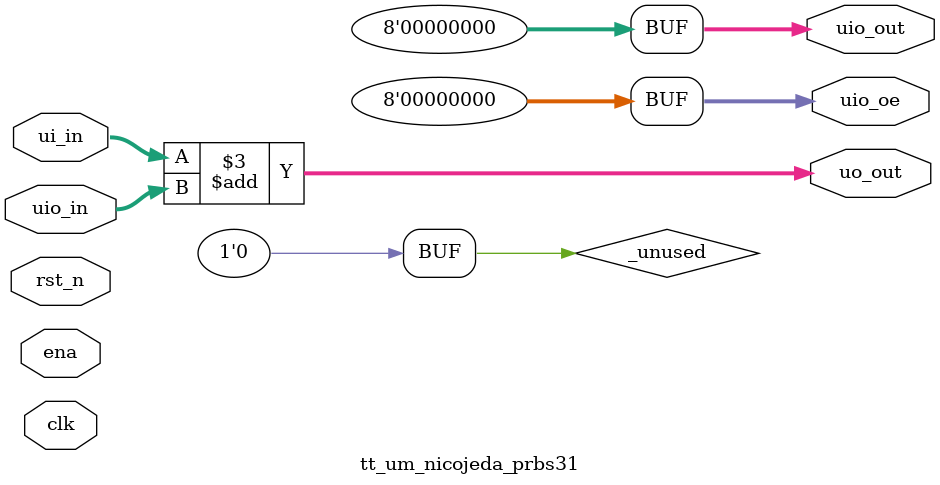
<source format=v>
/*
 * Copyright (c) 2024 Your Name
 * SPDX-License-Identifier: Apache-2.0
 */

`default_nettype none

module tt_um_nicojeda_prbs31 (
    input  wire [7:0] ui_in,    // Dedicated inputs
    output wire [7:0] uo_out,   // Dedicated outputs
    input  wire [7:0] uio_in,   // IOs: Input path
    output wire [7:0] uio_out,  // IOs: Output path
    output wire [7:0] uio_oe,   // IOs: Enable path (active high: 0=input, 1=output)
    input  wire       ena,      // always 1 when the design is powered, so you can ignore it
    input  wire       clk,      // clock
    input  wire       rst_n     // reset_n - low to reset
);
    reg [30:0] lfsr; 
    always @(posedge clk or posedge rst_n) begin
        if (rst_n) begin
        lfsr <= 31'd1; // Reset counter
    end else begin
        // Increment counter on each clock cycle
        lfsr[0] <= lfsr[27] ^ lfsr[30] ;
        lfsr[30:1] <=lfsr[29:0] ;  
    end
end  

  // All output pins must be assigned. If not used, assign to 0.
  assign uo_out  = ui_in + uio_in;  // Example: ou_out is the sum of ui_in and uio_in
  assign uio_out = 0;
  assign uio_oe  = 0;

  // List all unused inputs to prevent warnings
  wire _unused = &{ena, clk, rst_n, 1'b0};

endmodule

</source>
